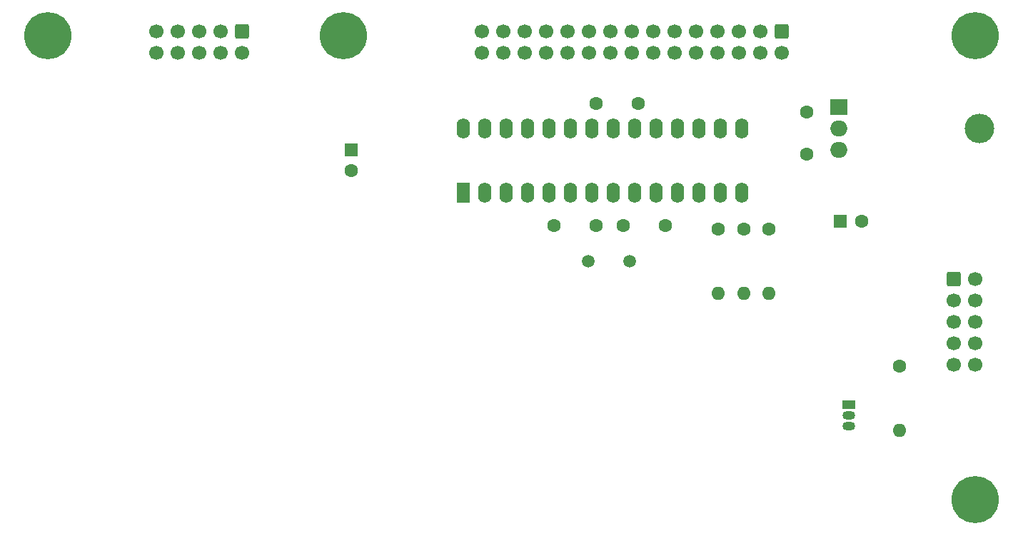
<source format=gbr>
%TF.GenerationSoftware,KiCad,Pcbnew,7.0.5*%
%TF.CreationDate,2023-07-07T19:02:18+02:00*%
%TF.ProjectId,Processor_Board,50726f63-6573-4736-9f72-5f426f617264,rev?*%
%TF.SameCoordinates,Original*%
%TF.FileFunction,Soldermask,Top*%
%TF.FilePolarity,Negative*%
%FSLAX46Y46*%
G04 Gerber Fmt 4.6, Leading zero omitted, Abs format (unit mm)*
G04 Created by KiCad (PCBNEW 7.0.5) date 2023-07-07 19:02:18*
%MOMM*%
%LPD*%
G01*
G04 APERTURE LIST*
G04 Aperture macros list*
%AMRoundRect*
0 Rectangle with rounded corners*
0 $1 Rounding radius*
0 $2 $3 $4 $5 $6 $7 $8 $9 X,Y pos of 4 corners*
0 Add a 4 corners polygon primitive as box body*
4,1,4,$2,$3,$4,$5,$6,$7,$8,$9,$2,$3,0*
0 Add four circle primitives for the rounded corners*
1,1,$1+$1,$2,$3*
1,1,$1+$1,$4,$5*
1,1,$1+$1,$6,$7*
1,1,$1+$1,$8,$9*
0 Add four rect primitives between the rounded corners*
20,1,$1+$1,$2,$3,$4,$5,0*
20,1,$1+$1,$4,$5,$6,$7,0*
20,1,$1+$1,$6,$7,$8,$9,0*
20,1,$1+$1,$8,$9,$2,$3,0*%
G04 Aperture macros list end*
%ADD10C,5.600000*%
%ADD11C,1.600000*%
%ADD12O,1.600000X1.600000*%
%ADD13R,1.500000X1.050000*%
%ADD14O,1.500000X1.050000*%
%ADD15R,1.600000X1.600000*%
%ADD16RoundRect,0.250000X-0.600000X0.600000X-0.600000X-0.600000X0.600000X-0.600000X0.600000X0.600000X0*%
%ADD17C,1.700000*%
%ADD18RoundRect,0.250000X-0.600000X-0.600000X0.600000X-0.600000X0.600000X0.600000X-0.600000X0.600000X0*%
%ADD19C,1.500000*%
%ADD20O,3.500000X3.500000*%
%ADD21R,2.000000X1.905000*%
%ADD22O,2.000000X1.905000*%
%ADD23R,1.600000X2.400000*%
%ADD24O,1.600000X2.400000*%
G04 APERTURE END LIST*
D10*
%TO.C,H6*%
X80000000Y-135000000D03*
%TD*%
D11*
%TO.C,R2*%
X127500000Y-157940000D03*
D12*
X127500000Y-165560000D03*
%TD*%
D11*
%TO.C,R8*%
X146000000Y-174190000D03*
D12*
X146000000Y-181810000D03*
%TD*%
D11*
%TO.C,R7*%
X124500000Y-157940000D03*
D12*
X124500000Y-165560000D03*
%TD*%
D11*
%TO.C,R1*%
X130500000Y-157940000D03*
D12*
X130500000Y-165560000D03*
%TD*%
D13*
%TO.C,Q1*%
X140000000Y-178730000D03*
D14*
X140000000Y-180000000D03*
X140000000Y-181270000D03*
%TD*%
D10*
%TO.C,H8*%
X155000000Y-190000000D03*
%TD*%
%TO.C,H6*%
X155000000Y-135000000D03*
%TD*%
D15*
%TO.C,C10*%
X139000000Y-157000000D03*
D11*
X141500000Y-157000000D03*
%TD*%
%TO.C,C9*%
X135000000Y-149000000D03*
X135000000Y-144000000D03*
%TD*%
D16*
%TO.C,J1*%
X132000000Y-134460000D03*
D17*
X132000000Y-137000000D03*
X129460000Y-134460000D03*
X129460000Y-137000000D03*
X126920000Y-134460000D03*
X126920000Y-137000000D03*
X124380000Y-134460000D03*
X124380000Y-137000000D03*
X121840000Y-134460000D03*
X121840000Y-137000000D03*
X119300000Y-134460000D03*
X119300000Y-137000000D03*
X116760000Y-134460000D03*
X116760000Y-137000000D03*
X114220000Y-134460000D03*
X114220000Y-137000000D03*
X111680000Y-134460000D03*
X111680000Y-137000000D03*
X109140000Y-134460000D03*
X109140000Y-137000000D03*
X106600000Y-134460000D03*
X106600000Y-137000000D03*
X104060000Y-134460000D03*
X104060000Y-137000000D03*
X101520000Y-134460000D03*
X101520000Y-137000000D03*
X98980000Y-134460000D03*
X98980000Y-137000000D03*
X96440000Y-134460000D03*
X96440000Y-137000000D03*
%TD*%
D10*
%TO.C,H4*%
X45000000Y-135000000D03*
%TD*%
D18*
%TO.C,J6*%
X152460000Y-163840000D03*
D17*
X155000000Y-163840000D03*
X152460000Y-166380000D03*
X155000000Y-166380000D03*
X152460000Y-168920000D03*
X155000000Y-168920000D03*
X152460000Y-171460000D03*
X155000000Y-171460000D03*
X152460000Y-174000000D03*
X155000000Y-174000000D03*
%TD*%
D19*
%TO.C,Y1*%
X109100000Y-161750000D03*
X114000000Y-161750000D03*
%TD*%
D11*
%TO.C,C2*%
X118250000Y-157500000D03*
X113250000Y-157500000D03*
%TD*%
D16*
%TO.C,J5*%
X68000000Y-134460000D03*
D17*
X68000000Y-137000000D03*
X65460000Y-134460000D03*
X65460000Y-137000000D03*
X62920000Y-134460000D03*
X62920000Y-137000000D03*
X60380000Y-134460000D03*
X60380000Y-137000000D03*
X57840000Y-134460000D03*
X57840000Y-137000000D03*
%TD*%
D15*
%TO.C,C11*%
X81000000Y-148500000D03*
D11*
X81000000Y-151000000D03*
%TD*%
%TO.C,C1*%
X105000000Y-157500000D03*
X110000000Y-157500000D03*
%TD*%
D20*
%TO.C,U6*%
X155430000Y-146000000D03*
D21*
X138770000Y-143460000D03*
D22*
X138770000Y-146000000D03*
X138770000Y-148540000D03*
%TD*%
D23*
%TO.C,U1*%
X94300000Y-153620000D03*
D24*
X96840000Y-153620000D03*
X99380000Y-153620000D03*
X101920000Y-153620000D03*
X104460000Y-153620000D03*
X107000000Y-153620000D03*
X109540000Y-153620000D03*
X112080000Y-153620000D03*
X114620000Y-153620000D03*
X117160000Y-153620000D03*
X119700000Y-153620000D03*
X122240000Y-153620000D03*
X124780000Y-153620000D03*
X127320000Y-153620000D03*
X127320000Y-146000000D03*
X124780000Y-146000000D03*
X122240000Y-146000000D03*
X119700000Y-146000000D03*
X117160000Y-146000000D03*
X114620000Y-146000000D03*
X112080000Y-146000000D03*
X109540000Y-146000000D03*
X107000000Y-146000000D03*
X104460000Y-146000000D03*
X101920000Y-146000000D03*
X99380000Y-146000000D03*
X96840000Y-146000000D03*
X94300000Y-146000000D03*
%TD*%
D11*
%TO.C,C7*%
X110000000Y-143000000D03*
X115000000Y-143000000D03*
%TD*%
M02*

</source>
